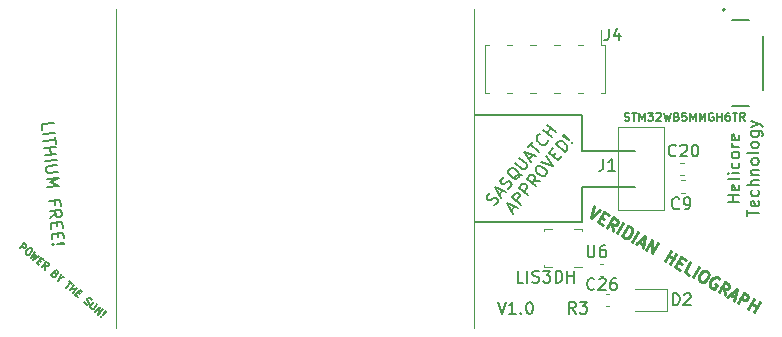
<source format=gbr>
%TF.GenerationSoftware,KiCad,Pcbnew,(5.1.12)-1*%
%TF.CreationDate,2021-11-29T20:05:01-07:00*%
%TF.ProjectId,SolarGPS,536f6c61-7247-4505-932e-6b696361645f,rev?*%
%TF.SameCoordinates,Original*%
%TF.FileFunction,Legend,Top*%
%TF.FilePolarity,Positive*%
%FSLAX46Y46*%
G04 Gerber Fmt 4.6, Leading zero omitted, Abs format (unit mm)*
G04 Created by KiCad (PCBNEW (5.1.12)-1) date 2021-11-29 20:05:01*
%MOMM*%
%LPD*%
G01*
G04 APERTURE LIST*
%ADD10C,0.150000*%
%ADD11C,0.120000*%
%ADD12C,0.250000*%
%ADD13C,0.200000*%
%ADD14C,0.127000*%
G04 APERTURE END LIST*
D10*
X97450000Y-58950000D02*
X88400000Y-58950000D01*
X97450000Y-58950000D02*
X97450000Y-61950000D01*
X97450000Y-68000000D02*
X88400000Y-68000000D01*
X97450000Y-65000000D02*
X97450000Y-68000000D01*
X101950000Y-62000000D02*
X97450000Y-62000000D01*
X101950000Y-65000000D02*
X97450000Y-65000000D01*
X110752380Y-66308333D02*
X109752380Y-66308333D01*
X110228571Y-66308333D02*
X110228571Y-65736904D01*
X110752380Y-65736904D02*
X109752380Y-65736904D01*
X110704761Y-64879761D02*
X110752380Y-64975000D01*
X110752380Y-65165476D01*
X110704761Y-65260714D01*
X110609523Y-65308333D01*
X110228571Y-65308333D01*
X110133333Y-65260714D01*
X110085714Y-65165476D01*
X110085714Y-64975000D01*
X110133333Y-64879761D01*
X110228571Y-64832142D01*
X110323809Y-64832142D01*
X110419047Y-65308333D01*
X110752380Y-64260714D02*
X110704761Y-64355952D01*
X110609523Y-64403571D01*
X109752380Y-64403571D01*
X110752380Y-63879761D02*
X110085714Y-63879761D01*
X109752380Y-63879761D02*
X109800000Y-63927380D01*
X109847619Y-63879761D01*
X109800000Y-63832142D01*
X109752380Y-63879761D01*
X109847619Y-63879761D01*
X110704761Y-62975000D02*
X110752380Y-63070238D01*
X110752380Y-63260714D01*
X110704761Y-63355952D01*
X110657142Y-63403571D01*
X110561904Y-63451190D01*
X110276190Y-63451190D01*
X110180952Y-63403571D01*
X110133333Y-63355952D01*
X110085714Y-63260714D01*
X110085714Y-63070238D01*
X110133333Y-62975000D01*
X110752380Y-62403571D02*
X110704761Y-62498809D01*
X110657142Y-62546428D01*
X110561904Y-62594047D01*
X110276190Y-62594047D01*
X110180952Y-62546428D01*
X110133333Y-62498809D01*
X110085714Y-62403571D01*
X110085714Y-62260714D01*
X110133333Y-62165476D01*
X110180952Y-62117857D01*
X110276190Y-62070238D01*
X110561904Y-62070238D01*
X110657142Y-62117857D01*
X110704761Y-62165476D01*
X110752380Y-62260714D01*
X110752380Y-62403571D01*
X110752380Y-61641666D02*
X110085714Y-61641666D01*
X110276190Y-61641666D02*
X110180952Y-61594047D01*
X110133333Y-61546428D01*
X110085714Y-61451190D01*
X110085714Y-61355952D01*
X110704761Y-60641666D02*
X110752380Y-60736904D01*
X110752380Y-60927380D01*
X110704761Y-61022619D01*
X110609523Y-61070238D01*
X110228571Y-61070238D01*
X110133333Y-61022619D01*
X110085714Y-60927380D01*
X110085714Y-60736904D01*
X110133333Y-60641666D01*
X110228571Y-60594047D01*
X110323809Y-60594047D01*
X110419047Y-61070238D01*
X111402380Y-67522619D02*
X111402380Y-66951190D01*
X112402380Y-67236904D02*
X111402380Y-67236904D01*
X112354761Y-66236904D02*
X112402380Y-66332142D01*
X112402380Y-66522619D01*
X112354761Y-66617857D01*
X112259523Y-66665476D01*
X111878571Y-66665476D01*
X111783333Y-66617857D01*
X111735714Y-66522619D01*
X111735714Y-66332142D01*
X111783333Y-66236904D01*
X111878571Y-66189285D01*
X111973809Y-66189285D01*
X112069047Y-66665476D01*
X112354761Y-65332142D02*
X112402380Y-65427380D01*
X112402380Y-65617857D01*
X112354761Y-65713095D01*
X112307142Y-65760714D01*
X112211904Y-65808333D01*
X111926190Y-65808333D01*
X111830952Y-65760714D01*
X111783333Y-65713095D01*
X111735714Y-65617857D01*
X111735714Y-65427380D01*
X111783333Y-65332142D01*
X112402380Y-64903571D02*
X111402380Y-64903571D01*
X112402380Y-64474999D02*
X111878571Y-64474999D01*
X111783333Y-64522619D01*
X111735714Y-64617857D01*
X111735714Y-64760714D01*
X111783333Y-64855952D01*
X111830952Y-64903571D01*
X111735714Y-63998809D02*
X112402380Y-63998809D01*
X111830952Y-63998809D02*
X111783333Y-63951190D01*
X111735714Y-63855952D01*
X111735714Y-63713095D01*
X111783333Y-63617857D01*
X111878571Y-63570238D01*
X112402380Y-63570238D01*
X112402380Y-62951190D02*
X112354761Y-63046428D01*
X112307142Y-63094047D01*
X112211904Y-63141666D01*
X111926190Y-63141666D01*
X111830952Y-63094047D01*
X111783333Y-63046428D01*
X111735714Y-62951190D01*
X111735714Y-62808333D01*
X111783333Y-62713095D01*
X111830952Y-62665476D01*
X111926190Y-62617857D01*
X112211904Y-62617857D01*
X112307142Y-62665476D01*
X112354761Y-62713095D01*
X112402380Y-62808333D01*
X112402380Y-62951190D01*
X112402380Y-62046428D02*
X112354761Y-62141666D01*
X112259523Y-62189285D01*
X111402380Y-62189285D01*
X112402380Y-61522619D02*
X112354761Y-61617857D01*
X112307142Y-61665476D01*
X112211904Y-61713095D01*
X111926190Y-61713095D01*
X111830952Y-61665476D01*
X111783333Y-61617857D01*
X111735714Y-61522619D01*
X111735714Y-61379761D01*
X111783333Y-61284523D01*
X111830952Y-61236904D01*
X111926190Y-61189285D01*
X112211904Y-61189285D01*
X112307142Y-61236904D01*
X112354761Y-61284523D01*
X112402380Y-61379761D01*
X112402380Y-61522619D01*
X111735714Y-60332142D02*
X112545238Y-60332142D01*
X112640476Y-60379761D01*
X112688095Y-60427380D01*
X112735714Y-60522619D01*
X112735714Y-60665476D01*
X112688095Y-60760714D01*
X112354761Y-60332142D02*
X112402380Y-60427380D01*
X112402380Y-60617857D01*
X112354761Y-60713095D01*
X112307142Y-60760714D01*
X112211904Y-60808333D01*
X111926190Y-60808333D01*
X111830952Y-60760714D01*
X111783333Y-60713095D01*
X111735714Y-60617857D01*
X111735714Y-60427380D01*
X111783333Y-60332142D01*
X111735714Y-59951190D02*
X112402380Y-59713095D01*
X111735714Y-59474999D02*
X112402380Y-59713095D01*
X112640476Y-59808333D01*
X112688095Y-59855952D01*
X112735714Y-59951190D01*
D11*
X58000000Y-50000000D02*
X58000000Y-77000000D01*
D10*
X90301190Y-74777380D02*
X90634523Y-75777380D01*
X90967857Y-74777380D01*
X91825000Y-75777380D02*
X91253571Y-75777380D01*
X91539285Y-75777380D02*
X91539285Y-74777380D01*
X91444047Y-74920238D01*
X91348809Y-75015476D01*
X91253571Y-75063095D01*
X92253571Y-75682142D02*
X92301190Y-75729761D01*
X92253571Y-75777380D01*
X92205952Y-75729761D01*
X92253571Y-75682142D01*
X92253571Y-75777380D01*
X92920238Y-74777380D02*
X93015476Y-74777380D01*
X93110714Y-74825000D01*
X93158333Y-74872619D01*
X93205952Y-74967857D01*
X93253571Y-75158333D01*
X93253571Y-75396428D01*
X93205952Y-75586904D01*
X93158333Y-75682142D01*
X93110714Y-75729761D01*
X93015476Y-75777380D01*
X92920238Y-75777380D01*
X92825000Y-75729761D01*
X92777380Y-75682142D01*
X92729761Y-75586904D01*
X92682142Y-75396428D01*
X92682142Y-75158333D01*
X92729761Y-74967857D01*
X92777380Y-74872619D01*
X92825000Y-74825000D01*
X92920238Y-74777380D01*
X89991143Y-66565597D02*
X90119448Y-66486771D01*
X90272493Y-66304380D01*
X90297232Y-66200814D01*
X90291363Y-66133727D01*
X90249015Y-66036031D01*
X90176058Y-65974813D01*
X90072493Y-65950073D01*
X90005406Y-65955943D01*
X89907710Y-65998290D01*
X89748795Y-66113595D01*
X89651099Y-66155942D01*
X89584012Y-66161812D01*
X89480447Y-66137072D01*
X89407490Y-66075854D01*
X89365142Y-65978158D01*
X89359273Y-65911071D01*
X89384012Y-65807505D01*
X89537057Y-65625114D01*
X89665362Y-65546288D01*
X90420930Y-65682986D02*
X90727019Y-65318203D01*
X90578582Y-65939597D02*
X90026800Y-65041461D01*
X91007107Y-65428900D01*
X91154282Y-65179421D02*
X91282587Y-65100595D01*
X91435632Y-64918204D01*
X91460372Y-64814638D01*
X91454502Y-64747551D01*
X91412155Y-64649855D01*
X91339198Y-64588637D01*
X91235632Y-64563898D01*
X91168545Y-64569767D01*
X91070849Y-64612115D01*
X90911935Y-64727419D01*
X90814239Y-64769767D01*
X90747152Y-64775636D01*
X90643586Y-64750896D01*
X90570629Y-64689679D01*
X90528282Y-64591982D01*
X90522412Y-64524895D01*
X90547152Y-64421330D01*
X90700197Y-64238938D01*
X90828502Y-64160112D01*
X92335030Y-63994508D02*
X92237334Y-64036855D01*
X92103159Y-64048594D01*
X91901898Y-64066202D01*
X91804201Y-64108550D01*
X91742983Y-64181506D01*
X91955984Y-64298073D02*
X91858288Y-64340420D01*
X91724113Y-64352159D01*
X91547591Y-64266202D01*
X91292243Y-64051939D01*
X91176939Y-63893025D01*
X91165200Y-63758851D01*
X91189939Y-63655285D01*
X91312375Y-63509372D01*
X91410071Y-63467024D01*
X91544246Y-63455285D01*
X91720768Y-63541243D01*
X91976116Y-63755505D01*
X92091420Y-63914419D01*
X92103159Y-64048594D01*
X92078420Y-64152160D01*
X91955984Y-64298073D01*
X91740900Y-62998676D02*
X92361032Y-63519027D01*
X92464597Y-63543767D01*
X92531684Y-63537898D01*
X92629380Y-63495550D01*
X92751816Y-63349637D01*
X92776556Y-63246071D01*
X92770686Y-63178984D01*
X92728339Y-63081288D01*
X92108208Y-62560936D01*
X92930863Y-62691765D02*
X93236952Y-62326982D01*
X93088514Y-62948375D02*
X92536733Y-62050240D01*
X93517040Y-62437679D01*
X92873431Y-61648978D02*
X93240738Y-61211239D01*
X93823129Y-62072896D02*
X93057084Y-61430108D01*
X94515396Y-61099720D02*
X94521265Y-61166808D01*
X94465917Y-61306852D01*
X94404699Y-61379808D01*
X94276394Y-61458634D01*
X94142219Y-61470373D01*
X94038654Y-61445633D01*
X93862131Y-61359676D01*
X93752696Y-61267849D01*
X93637392Y-61108935D01*
X93595044Y-61011239D01*
X93583306Y-60877064D01*
X93638654Y-60737021D01*
X93699872Y-60664064D01*
X93828177Y-60585238D01*
X93895264Y-60579369D01*
X94863833Y-60832634D02*
X94097788Y-60189846D01*
X94462571Y-60495935D02*
X94829878Y-60058196D01*
X95231140Y-60394894D02*
X94465095Y-59752106D01*
X91440031Y-67035413D02*
X91746121Y-66670630D01*
X91597683Y-67292023D02*
X91045902Y-66393887D01*
X92026209Y-66781327D01*
X92240471Y-66525979D02*
X91474427Y-65883191D01*
X91719298Y-65591364D01*
X91816994Y-65549017D01*
X91884081Y-65543147D01*
X91987647Y-65567887D01*
X92097082Y-65659714D01*
X92139430Y-65757410D01*
X92145299Y-65824497D01*
X92120559Y-65928063D01*
X91875688Y-66219889D01*
X92883259Y-65759934D02*
X92117214Y-65117146D01*
X92362086Y-64825320D01*
X92459782Y-64782972D01*
X92526869Y-64777103D01*
X92630435Y-64801843D01*
X92739870Y-64893669D01*
X92782217Y-64991366D01*
X92788087Y-65058453D01*
X92763347Y-65162018D01*
X92518476Y-65453845D01*
X93893353Y-64556150D02*
X93314308Y-64505409D01*
X93526046Y-64993890D02*
X92760002Y-64351102D01*
X93004873Y-64059276D01*
X93102569Y-64016928D01*
X93169657Y-64011059D01*
X93273222Y-64035798D01*
X93382657Y-64127625D01*
X93425005Y-64225321D01*
X93430874Y-64292408D01*
X93406135Y-64395974D01*
X93161263Y-64687800D01*
X93525225Y-63439144D02*
X93647661Y-63293231D01*
X93745357Y-63250883D01*
X93879532Y-63239145D01*
X94056054Y-63325102D01*
X94311402Y-63539365D01*
X94426706Y-63698279D01*
X94438445Y-63832453D01*
X94413705Y-63936019D01*
X94291270Y-64081932D01*
X94193573Y-64124280D01*
X94059399Y-64136018D01*
X93882877Y-64050061D01*
X93627529Y-63835798D01*
X93512224Y-63676884D01*
X93500486Y-63542710D01*
X93525225Y-63439144D01*
X93984359Y-62891970D02*
X94964666Y-63279409D01*
X94412884Y-62381273D01*
X94991930Y-62432015D02*
X95206192Y-62176667D01*
X95699281Y-62403930D02*
X95393191Y-62768713D01*
X94627147Y-62125925D01*
X94933236Y-61761142D01*
X95974761Y-62075625D02*
X95208717Y-61432838D01*
X95361761Y-61250446D01*
X95490066Y-61171620D01*
X95624241Y-61159881D01*
X95727806Y-61184621D01*
X95904328Y-61270578D01*
X96013763Y-61362405D01*
X96129068Y-61521319D01*
X96171415Y-61619015D01*
X96183154Y-61753190D01*
X96127806Y-61893234D01*
X95974761Y-62075625D01*
X96544592Y-61248363D02*
X96611679Y-61242493D01*
X96617549Y-61309581D01*
X96550461Y-61315450D01*
X96544592Y-61248363D01*
X96617549Y-61309581D01*
X96325722Y-61064709D02*
X95857374Y-60733880D01*
X95851504Y-60666793D01*
X95918591Y-60660924D01*
X96325722Y-61064709D01*
X95851504Y-60666793D01*
X51746763Y-60212956D02*
X51705261Y-59738578D01*
X52701455Y-59651422D01*
X51775815Y-60545021D02*
X52772010Y-60457866D01*
X52801062Y-60789930D02*
X52850865Y-61359185D01*
X51829769Y-61161713D02*
X52825964Y-61074557D01*
X51883722Y-61778405D02*
X52879917Y-61691249D01*
X52405539Y-61732752D02*
X52455342Y-62302006D01*
X51933526Y-62347659D02*
X52929720Y-62260504D01*
X51975029Y-62822038D02*
X52971223Y-62734882D01*
X53012726Y-63209260D02*
X52206283Y-63279815D01*
X52115557Y-63335553D01*
X52072270Y-63387142D01*
X52033132Y-63486168D01*
X52049733Y-63675919D01*
X52105472Y-63766644D01*
X52157060Y-63809932D01*
X52256086Y-63849069D01*
X53062529Y-63778514D01*
X52107837Y-64340049D02*
X53104032Y-64252893D01*
X52421516Y-64647212D01*
X53162136Y-64917023D01*
X52165941Y-65004178D01*
X52824716Y-66523974D02*
X52795664Y-66191909D01*
X52273848Y-66237562D02*
X53270043Y-66150407D01*
X53311546Y-66624785D01*
X52398356Y-67660698D02*
X52843683Y-67287130D01*
X52348553Y-67091444D02*
X53344748Y-67004288D01*
X53377950Y-67383791D01*
X53338813Y-67482817D01*
X53295525Y-67534405D01*
X53204800Y-67590143D01*
X53062486Y-67602594D01*
X52963460Y-67563457D01*
X52911872Y-67520169D01*
X52856134Y-67429444D01*
X52822932Y-67049941D01*
X52957525Y-68041985D02*
X52986577Y-68374050D01*
X52477212Y-68562017D02*
X52435709Y-68087638D01*
X53431904Y-68000483D01*
X53473406Y-68474861D01*
X53036380Y-68943304D02*
X53065432Y-69275369D01*
X52556067Y-69463336D02*
X52514564Y-68988957D01*
X53510759Y-68901802D01*
X53552261Y-69376180D01*
X52688295Y-69881976D02*
X52645007Y-69933564D01*
X52593419Y-69890276D01*
X52636707Y-69838688D01*
X52688295Y-69881976D01*
X52593419Y-69890276D01*
X52972922Y-69857074D02*
X53538026Y-69759833D01*
X53589614Y-69803121D01*
X53546326Y-69854709D01*
X52972922Y-69857074D01*
X53589614Y-69803121D01*
X49803329Y-70240382D02*
X50189001Y-69780755D01*
X50364097Y-69927678D01*
X50389506Y-69986296D01*
X50393027Y-70026548D01*
X50378184Y-70088687D01*
X50323087Y-70154348D01*
X50264470Y-70179757D01*
X50224217Y-70183278D01*
X50162078Y-70168435D01*
X49986982Y-70021512D01*
X50736176Y-70239889D02*
X50823724Y-70313350D01*
X50849132Y-70371968D01*
X50856176Y-70452473D01*
X50804601Y-70558386D01*
X50676044Y-70711595D01*
X50580695Y-70780778D01*
X50500190Y-70787821D01*
X50438051Y-70772977D01*
X50350503Y-70699516D01*
X50325095Y-70640898D01*
X50318051Y-70560393D01*
X50369626Y-70454480D01*
X50498183Y-70301271D01*
X50593532Y-70232088D01*
X50674036Y-70225045D01*
X50736176Y-70239889D01*
X51086367Y-70533735D02*
X50810130Y-71085188D01*
X51173158Y-70830345D01*
X50985226Y-71232111D01*
X51480333Y-70864311D01*
X51471775Y-71230104D02*
X51624984Y-71358661D01*
X51488626Y-71654514D02*
X51269757Y-71470861D01*
X51655429Y-71011234D01*
X51874299Y-71194888D01*
X51948253Y-72040187D02*
X51978698Y-71692760D01*
X51685609Y-71819803D02*
X52071282Y-71360176D01*
X52246378Y-71507099D01*
X52271786Y-71565717D01*
X52275308Y-71605969D01*
X52260464Y-71668108D01*
X52205368Y-71733769D01*
X52146750Y-71759178D01*
X52106498Y-71762699D01*
X52044359Y-71747856D01*
X51869263Y-71600933D01*
X52850655Y-72387122D02*
X52897951Y-72464105D01*
X52901473Y-72504357D01*
X52886629Y-72566496D01*
X52831533Y-72632157D01*
X52772915Y-72657566D01*
X52732663Y-72661088D01*
X52670523Y-72646244D01*
X52495428Y-72499321D01*
X52881100Y-72039694D01*
X53034309Y-72168252D01*
X53059718Y-72226869D01*
X53063239Y-72267122D01*
X53048396Y-72329261D01*
X53011665Y-72373035D01*
X52953047Y-72398444D01*
X52912795Y-72401965D01*
X52850655Y-72387122D01*
X52697447Y-72258564D01*
X53226256Y-72739585D02*
X53042602Y-72958455D01*
X53275066Y-72370271D02*
X53226256Y-72739585D01*
X53581484Y-72627386D01*
X54019223Y-72994693D02*
X54281867Y-73215077D01*
X53764873Y-73564512D02*
X54150545Y-73104885D01*
X54049403Y-73803261D02*
X54435076Y-73343635D01*
X54251422Y-73562505D02*
X54514066Y-73782889D01*
X54312047Y-74023646D02*
X54697720Y-73564019D01*
X54732936Y-73966543D02*
X54886145Y-74095100D01*
X54749787Y-74390953D02*
X54530917Y-74207299D01*
X54916590Y-73747673D01*
X55135460Y-73931326D01*
X55293440Y-74809835D02*
X55340736Y-74886818D01*
X55450170Y-74978645D01*
X55512310Y-74993488D01*
X55552562Y-74989967D01*
X55611180Y-74964558D01*
X55647911Y-74920784D01*
X55662754Y-74858645D01*
X55659233Y-74818392D01*
X55633824Y-74759775D01*
X55564642Y-74664426D01*
X55539233Y-74605809D01*
X55535711Y-74565556D01*
X55550555Y-74503417D01*
X55587286Y-74459643D01*
X55645903Y-74434234D01*
X55686156Y-74430713D01*
X55748295Y-74445556D01*
X55857730Y-74537383D01*
X55905026Y-74614366D01*
X56120374Y-74757768D02*
X55808163Y-75129846D01*
X55793319Y-75191986D01*
X55796841Y-75232238D01*
X55822249Y-75290856D01*
X55909797Y-75364317D01*
X55971936Y-75379161D01*
X56012189Y-75375639D01*
X56070807Y-75350231D01*
X56383018Y-74978152D01*
X56216215Y-75621432D02*
X56601887Y-75161806D01*
X56478859Y-75841816D01*
X56864531Y-75382190D01*
X56734459Y-75981696D02*
X56737981Y-76021948D01*
X56697729Y-76025470D01*
X56694207Y-75985218D01*
X56734459Y-75981696D01*
X56697729Y-76025470D01*
X56844651Y-75850374D02*
X57043149Y-75569365D01*
X57083401Y-75565843D01*
X57086923Y-75606096D01*
X56844651Y-75850374D01*
X57083401Y-75565843D01*
D12*
X98405649Y-66655509D02*
X98194324Y-67688201D01*
X98982999Y-66988843D01*
X99033579Y-67567902D02*
X99322254Y-67734569D01*
X99184067Y-68259630D02*
X98771674Y-68021535D01*
X99271674Y-67155509D01*
X99684067Y-67393605D01*
X100050092Y-68759630D02*
X99999513Y-68180570D01*
X99555221Y-68473916D02*
X100055221Y-67607890D01*
X100385135Y-67798367D01*
X100443804Y-67887225D01*
X100461234Y-67952274D01*
X100454854Y-68058562D01*
X100383426Y-68182280D01*
X100294567Y-68240949D01*
X100229519Y-68258379D01*
X100123230Y-68251999D01*
X99793316Y-68061523D01*
X100421246Y-68973916D02*
X100921246Y-68107890D01*
X100833639Y-69212011D02*
X101333639Y-68345986D01*
X101539836Y-68465033D01*
X101639744Y-68577701D01*
X101674604Y-68707799D01*
X101668224Y-68814087D01*
X101614225Y-69002854D01*
X101542797Y-69126572D01*
X101406319Y-69267719D01*
X101317461Y-69326388D01*
X101187363Y-69361248D01*
X101039836Y-69331059D01*
X100833639Y-69212011D01*
X101699665Y-69712011D02*
X102199665Y-68845986D01*
X102213676Y-69678861D02*
X102626069Y-69916956D01*
X101988340Y-69878678D02*
X102777015Y-69179319D01*
X102565690Y-70212011D01*
X102854365Y-70378678D02*
X103354365Y-69512652D01*
X103349237Y-70664392D01*
X103849237Y-69798367D01*
X104421459Y-71283440D02*
X104921459Y-70417414D01*
X104683364Y-70829807D02*
X105178235Y-71115521D01*
X104916330Y-71569154D02*
X105416330Y-70703128D01*
X105590628Y-71353617D02*
X105879303Y-71520283D01*
X105741117Y-72045344D02*
X105328723Y-71807249D01*
X105828723Y-70941224D01*
X106241117Y-71179319D01*
X106524663Y-72497725D02*
X106112270Y-72259630D01*
X106612270Y-71393605D01*
X106813338Y-72664392D02*
X107313338Y-71798367D01*
X107890689Y-72131700D02*
X108055646Y-72226938D01*
X108114315Y-72315796D01*
X108149175Y-72445894D01*
X108095176Y-72634661D01*
X107928509Y-72923336D01*
X107792032Y-73064484D01*
X107661934Y-73099343D01*
X107555646Y-73092963D01*
X107390689Y-72997725D01*
X107332020Y-72908867D01*
X107297160Y-72778769D01*
X107351159Y-72590003D01*
X107517826Y-72301327D01*
X107654303Y-72160180D01*
X107784401Y-72125320D01*
X107890689Y-72131700D01*
X109062819Y-72863415D02*
X109004150Y-72774557D01*
X108880432Y-72703128D01*
X108732905Y-72672939D01*
X108602807Y-72707799D01*
X108513949Y-72766468D01*
X108377471Y-72907616D01*
X108306043Y-73031333D01*
X108252044Y-73220100D01*
X108245664Y-73326388D01*
X108280524Y-73456486D01*
X108380432Y-73569154D01*
X108462911Y-73616773D01*
X108610438Y-73646962D01*
X108675487Y-73629532D01*
X108842154Y-73340857D01*
X108677196Y-73245619D01*
X109493893Y-74212011D02*
X109443313Y-73632951D01*
X108999022Y-73926297D02*
X109499022Y-73060271D01*
X109828936Y-73250747D01*
X109887605Y-73339606D01*
X109905035Y-73404655D01*
X109898655Y-73510943D01*
X109827227Y-73634661D01*
X109738368Y-73693330D01*
X109673319Y-73710760D01*
X109567031Y-73704380D01*
X109237117Y-73513904D01*
X109966665Y-74155051D02*
X110379058Y-74393147D01*
X109741329Y-74354868D02*
X110530004Y-73655509D01*
X110318679Y-74688201D01*
X110607354Y-74854868D02*
X111107354Y-73988843D01*
X111437269Y-74179319D01*
X111495938Y-74268177D01*
X111513368Y-74333226D01*
X111506988Y-74439514D01*
X111435559Y-74563232D01*
X111346701Y-74621901D01*
X111281652Y-74639331D01*
X111175364Y-74632951D01*
X110845450Y-74442475D01*
X111473380Y-75354868D02*
X111973380Y-74488843D01*
X111735285Y-74901236D02*
X112230156Y-75186950D01*
X111968252Y-75640582D02*
X112468252Y-74774557D01*
D11*
X88300000Y-50000000D02*
X88300000Y-77000000D01*
%TO.C,U6*%
X96785000Y-71810000D02*
X97460000Y-71810000D01*
X94240000Y-68590000D02*
X94240000Y-68765000D01*
X94915000Y-68590000D02*
X94240000Y-68590000D01*
X97460000Y-68590000D02*
X97460000Y-68765000D01*
X96785000Y-68590000D02*
X97460000Y-68590000D01*
X94240000Y-71810000D02*
X94240000Y-71635000D01*
X94915000Y-71810000D02*
X94240000Y-71810000D01*
%TO.C,C26*%
X99215580Y-71540000D02*
X98934420Y-71540000D01*
X99215580Y-72560000D02*
X98934420Y-72560000D01*
D13*
%TO.C,U4*%
X109537000Y-50050000D02*
G75*
G03*
X109537000Y-50050000I-100000J0D01*
G01*
D14*
X111550000Y-50900000D02*
X110100000Y-50900000D01*
X112750000Y-52250000D02*
X112750000Y-56850000D01*
X111550000Y-58200000D02*
X110100000Y-58200000D01*
D11*
%TO.C,C9*%
X106112779Y-64490000D02*
X105787221Y-64490000D01*
X106112779Y-65510000D02*
X105787221Y-65510000D01*
%TO.C,C20*%
X106062779Y-62990000D02*
X105737221Y-62990000D01*
X106062779Y-64010000D02*
X105737221Y-64010000D01*
%TO.C,D2*%
X101912500Y-75560000D02*
X104597500Y-75560000D01*
X104597500Y-75560000D02*
X104597500Y-73640000D01*
X104597500Y-73640000D02*
X101912500Y-73640000D01*
%TO.C,R3*%
X99424721Y-74090000D02*
X99750279Y-74090000D01*
X99424721Y-75110000D02*
X99750279Y-75110000D01*
%TO.C,J1*%
X104350000Y-67000000D02*
X100450000Y-67000000D01*
X100450000Y-67000000D02*
X100450000Y-60000000D01*
X104350000Y-60000000D02*
X104350000Y-67000000D01*
X104350000Y-60000000D02*
X100450000Y-60000000D01*
%TO.C,J4*%
X99360000Y-52990000D02*
X99360000Y-57110000D01*
X89240000Y-52990000D02*
X89240000Y-57110000D01*
X99060000Y-51735000D02*
X99060000Y-52990000D01*
X99360000Y-52990000D02*
X99060000Y-52990000D01*
X99360000Y-57110000D02*
X99060000Y-57110000D01*
X89540000Y-52990000D02*
X89240000Y-52990000D01*
X89540000Y-57110000D02*
X89240000Y-57110000D01*
X97540000Y-52990000D02*
X97060000Y-52990000D01*
X97540000Y-57110000D02*
X97060000Y-57110000D01*
X95540000Y-52990000D02*
X95060000Y-52990000D01*
X95540000Y-57110000D02*
X95060000Y-57110000D01*
X93540000Y-52990000D02*
X93060000Y-52990000D01*
X93540000Y-57110000D02*
X93060000Y-57110000D01*
X91540000Y-52990000D02*
X91060000Y-52990000D01*
X91540000Y-57110000D02*
X91060000Y-57110000D01*
%TO.C,U6*%
D10*
X97913095Y-69977380D02*
X97913095Y-70786904D01*
X97960714Y-70882142D01*
X98008333Y-70929761D01*
X98103571Y-70977380D01*
X98294047Y-70977380D01*
X98389285Y-70929761D01*
X98436904Y-70882142D01*
X98484523Y-70786904D01*
X98484523Y-69977380D01*
X99389285Y-69977380D02*
X99198809Y-69977380D01*
X99103571Y-70025000D01*
X99055952Y-70072619D01*
X98960714Y-70215476D01*
X98913095Y-70405952D01*
X98913095Y-70786904D01*
X98960714Y-70882142D01*
X99008333Y-70929761D01*
X99103571Y-70977380D01*
X99294047Y-70977380D01*
X99389285Y-70929761D01*
X99436904Y-70882142D01*
X99484523Y-70786904D01*
X99484523Y-70548809D01*
X99436904Y-70453571D01*
X99389285Y-70405952D01*
X99294047Y-70358333D01*
X99103571Y-70358333D01*
X99008333Y-70405952D01*
X98960714Y-70453571D01*
X98913095Y-70548809D01*
X92470238Y-73127380D02*
X91994047Y-73127380D01*
X91994047Y-72127380D01*
X92803571Y-73127380D02*
X92803571Y-72127380D01*
X93232142Y-73079761D02*
X93375000Y-73127380D01*
X93613095Y-73127380D01*
X93708333Y-73079761D01*
X93755952Y-73032142D01*
X93803571Y-72936904D01*
X93803571Y-72841666D01*
X93755952Y-72746428D01*
X93708333Y-72698809D01*
X93613095Y-72651190D01*
X93422619Y-72603571D01*
X93327380Y-72555952D01*
X93279761Y-72508333D01*
X93232142Y-72413095D01*
X93232142Y-72317857D01*
X93279761Y-72222619D01*
X93327380Y-72175000D01*
X93422619Y-72127380D01*
X93660714Y-72127380D01*
X93803571Y-72175000D01*
X94136904Y-72127380D02*
X94755952Y-72127380D01*
X94422619Y-72508333D01*
X94565476Y-72508333D01*
X94660714Y-72555952D01*
X94708333Y-72603571D01*
X94755952Y-72698809D01*
X94755952Y-72936904D01*
X94708333Y-73032142D01*
X94660714Y-73079761D01*
X94565476Y-73127380D01*
X94279761Y-73127380D01*
X94184523Y-73079761D01*
X94136904Y-73032142D01*
X95184523Y-73127380D02*
X95184523Y-72127380D01*
X95422619Y-72127380D01*
X95565476Y-72175000D01*
X95660714Y-72270238D01*
X95708333Y-72365476D01*
X95755952Y-72555952D01*
X95755952Y-72698809D01*
X95708333Y-72889285D01*
X95660714Y-72984523D01*
X95565476Y-73079761D01*
X95422619Y-73127380D01*
X95184523Y-73127380D01*
X96184523Y-73127380D02*
X96184523Y-72127380D01*
X96184523Y-72603571D02*
X96755952Y-72603571D01*
X96755952Y-73127380D02*
X96755952Y-72127380D01*
%TO.C,C26*%
X98482142Y-73657142D02*
X98434523Y-73704761D01*
X98291666Y-73752380D01*
X98196428Y-73752380D01*
X98053571Y-73704761D01*
X97958333Y-73609523D01*
X97910714Y-73514285D01*
X97863095Y-73323809D01*
X97863095Y-73180952D01*
X97910714Y-72990476D01*
X97958333Y-72895238D01*
X98053571Y-72800000D01*
X98196428Y-72752380D01*
X98291666Y-72752380D01*
X98434523Y-72800000D01*
X98482142Y-72847619D01*
X98863095Y-72847619D02*
X98910714Y-72800000D01*
X99005952Y-72752380D01*
X99244047Y-72752380D01*
X99339285Y-72800000D01*
X99386904Y-72847619D01*
X99434523Y-72942857D01*
X99434523Y-73038095D01*
X99386904Y-73180952D01*
X98815476Y-73752380D01*
X99434523Y-73752380D01*
X100291666Y-72752380D02*
X100101190Y-72752380D01*
X100005952Y-72800000D01*
X99958333Y-72847619D01*
X99863095Y-72990476D01*
X99815476Y-73180952D01*
X99815476Y-73561904D01*
X99863095Y-73657142D01*
X99910714Y-73704761D01*
X100005952Y-73752380D01*
X100196428Y-73752380D01*
X100291666Y-73704761D01*
X100339285Y-73657142D01*
X100386904Y-73561904D01*
X100386904Y-73323809D01*
X100339285Y-73228571D01*
X100291666Y-73180952D01*
X100196428Y-73133333D01*
X100005952Y-73133333D01*
X99910714Y-73180952D01*
X99863095Y-73228571D01*
X99815476Y-73323809D01*
%TO.C,U4*%
X101041666Y-59408333D02*
X101141666Y-59441666D01*
X101308333Y-59441666D01*
X101375000Y-59408333D01*
X101408333Y-59375000D01*
X101441666Y-59308333D01*
X101441666Y-59241666D01*
X101408333Y-59175000D01*
X101375000Y-59141666D01*
X101308333Y-59108333D01*
X101175000Y-59075000D01*
X101108333Y-59041666D01*
X101075000Y-59008333D01*
X101041666Y-58941666D01*
X101041666Y-58875000D01*
X101075000Y-58808333D01*
X101108333Y-58775000D01*
X101175000Y-58741666D01*
X101341666Y-58741666D01*
X101441666Y-58775000D01*
X101641666Y-58741666D02*
X102041666Y-58741666D01*
X101841666Y-59441666D02*
X101841666Y-58741666D01*
X102275000Y-59441666D02*
X102275000Y-58741666D01*
X102508333Y-59241666D01*
X102741666Y-58741666D01*
X102741666Y-59441666D01*
X103008333Y-58741666D02*
X103441666Y-58741666D01*
X103208333Y-59008333D01*
X103308333Y-59008333D01*
X103375000Y-59041666D01*
X103408333Y-59075000D01*
X103441666Y-59141666D01*
X103441666Y-59308333D01*
X103408333Y-59375000D01*
X103375000Y-59408333D01*
X103308333Y-59441666D01*
X103108333Y-59441666D01*
X103041666Y-59408333D01*
X103008333Y-59375000D01*
X103708333Y-58808333D02*
X103741666Y-58775000D01*
X103808333Y-58741666D01*
X103975000Y-58741666D01*
X104041666Y-58775000D01*
X104075000Y-58808333D01*
X104108333Y-58875000D01*
X104108333Y-58941666D01*
X104075000Y-59041666D01*
X103675000Y-59441666D01*
X104108333Y-59441666D01*
X104341666Y-58741666D02*
X104508333Y-59441666D01*
X104641666Y-58941666D01*
X104775000Y-59441666D01*
X104941666Y-58741666D01*
X105441666Y-59075000D02*
X105541666Y-59108333D01*
X105575000Y-59141666D01*
X105608333Y-59208333D01*
X105608333Y-59308333D01*
X105575000Y-59375000D01*
X105541666Y-59408333D01*
X105475000Y-59441666D01*
X105208333Y-59441666D01*
X105208333Y-58741666D01*
X105441666Y-58741666D01*
X105508333Y-58775000D01*
X105541666Y-58808333D01*
X105575000Y-58875000D01*
X105575000Y-58941666D01*
X105541666Y-59008333D01*
X105508333Y-59041666D01*
X105441666Y-59075000D01*
X105208333Y-59075000D01*
X106241666Y-58741666D02*
X105908333Y-58741666D01*
X105875000Y-59075000D01*
X105908333Y-59041666D01*
X105975000Y-59008333D01*
X106141666Y-59008333D01*
X106208333Y-59041666D01*
X106241666Y-59075000D01*
X106275000Y-59141666D01*
X106275000Y-59308333D01*
X106241666Y-59375000D01*
X106208333Y-59408333D01*
X106141666Y-59441666D01*
X105975000Y-59441666D01*
X105908333Y-59408333D01*
X105875000Y-59375000D01*
X106575000Y-59441666D02*
X106575000Y-58741666D01*
X106808333Y-59241666D01*
X107041666Y-58741666D01*
X107041666Y-59441666D01*
X107375000Y-59441666D02*
X107375000Y-58741666D01*
X107608333Y-59241666D01*
X107841666Y-58741666D01*
X107841666Y-59441666D01*
X108541666Y-58775000D02*
X108475000Y-58741666D01*
X108375000Y-58741666D01*
X108275000Y-58775000D01*
X108208333Y-58841666D01*
X108175000Y-58908333D01*
X108141666Y-59041666D01*
X108141666Y-59141666D01*
X108175000Y-59275000D01*
X108208333Y-59341666D01*
X108275000Y-59408333D01*
X108375000Y-59441666D01*
X108441666Y-59441666D01*
X108541666Y-59408333D01*
X108575000Y-59375000D01*
X108575000Y-59141666D01*
X108441666Y-59141666D01*
X108875000Y-59441666D02*
X108875000Y-58741666D01*
X108875000Y-59075000D02*
X109275000Y-59075000D01*
X109275000Y-59441666D02*
X109275000Y-58741666D01*
X109908333Y-58741666D02*
X109775000Y-58741666D01*
X109708333Y-58775000D01*
X109675000Y-58808333D01*
X109608333Y-58908333D01*
X109575000Y-59041666D01*
X109575000Y-59308333D01*
X109608333Y-59375000D01*
X109641666Y-59408333D01*
X109708333Y-59441666D01*
X109841666Y-59441666D01*
X109908333Y-59408333D01*
X109941666Y-59375000D01*
X109975000Y-59308333D01*
X109975000Y-59141666D01*
X109941666Y-59075000D01*
X109908333Y-59041666D01*
X109841666Y-59008333D01*
X109708333Y-59008333D01*
X109641666Y-59041666D01*
X109608333Y-59075000D01*
X109575000Y-59141666D01*
X110175000Y-58741666D02*
X110575000Y-58741666D01*
X110375000Y-59441666D02*
X110375000Y-58741666D01*
X111208333Y-59441666D02*
X110975000Y-59108333D01*
X110808333Y-59441666D02*
X110808333Y-58741666D01*
X111075000Y-58741666D01*
X111141666Y-58775000D01*
X111175000Y-58808333D01*
X111208333Y-58875000D01*
X111208333Y-58975000D01*
X111175000Y-59041666D01*
X111141666Y-59075000D01*
X111075000Y-59108333D01*
X110808333Y-59108333D01*
%TO.C,C9*%
X105658333Y-66832142D02*
X105610714Y-66879761D01*
X105467857Y-66927380D01*
X105372619Y-66927380D01*
X105229761Y-66879761D01*
X105134523Y-66784523D01*
X105086904Y-66689285D01*
X105039285Y-66498809D01*
X105039285Y-66355952D01*
X105086904Y-66165476D01*
X105134523Y-66070238D01*
X105229761Y-65975000D01*
X105372619Y-65927380D01*
X105467857Y-65927380D01*
X105610714Y-65975000D01*
X105658333Y-66022619D01*
X106134523Y-66927380D02*
X106325000Y-66927380D01*
X106420238Y-66879761D01*
X106467857Y-66832142D01*
X106563095Y-66689285D01*
X106610714Y-66498809D01*
X106610714Y-66117857D01*
X106563095Y-66022619D01*
X106515476Y-65975000D01*
X106420238Y-65927380D01*
X106229761Y-65927380D01*
X106134523Y-65975000D01*
X106086904Y-66022619D01*
X106039285Y-66117857D01*
X106039285Y-66355952D01*
X106086904Y-66451190D01*
X106134523Y-66498809D01*
X106229761Y-66546428D01*
X106420238Y-66546428D01*
X106515476Y-66498809D01*
X106563095Y-66451190D01*
X106610714Y-66355952D01*
%TO.C,C20*%
X105382142Y-62357142D02*
X105334523Y-62404761D01*
X105191666Y-62452380D01*
X105096428Y-62452380D01*
X104953571Y-62404761D01*
X104858333Y-62309523D01*
X104810714Y-62214285D01*
X104763095Y-62023809D01*
X104763095Y-61880952D01*
X104810714Y-61690476D01*
X104858333Y-61595238D01*
X104953571Y-61500000D01*
X105096428Y-61452380D01*
X105191666Y-61452380D01*
X105334523Y-61500000D01*
X105382142Y-61547619D01*
X105763095Y-61547619D02*
X105810714Y-61500000D01*
X105905952Y-61452380D01*
X106144047Y-61452380D01*
X106239285Y-61500000D01*
X106286904Y-61547619D01*
X106334523Y-61642857D01*
X106334523Y-61738095D01*
X106286904Y-61880952D01*
X105715476Y-62452380D01*
X106334523Y-62452380D01*
X106953571Y-61452380D02*
X107048809Y-61452380D01*
X107144047Y-61500000D01*
X107191666Y-61547619D01*
X107239285Y-61642857D01*
X107286904Y-61833333D01*
X107286904Y-62071428D01*
X107239285Y-62261904D01*
X107191666Y-62357142D01*
X107144047Y-62404761D01*
X107048809Y-62452380D01*
X106953571Y-62452380D01*
X106858333Y-62404761D01*
X106810714Y-62357142D01*
X106763095Y-62261904D01*
X106715476Y-62071428D01*
X106715476Y-61833333D01*
X106763095Y-61642857D01*
X106810714Y-61547619D01*
X106858333Y-61500000D01*
X106953571Y-61452380D01*
%TO.C,D2*%
X105111904Y-75052380D02*
X105111904Y-74052380D01*
X105350000Y-74052380D01*
X105492857Y-74100000D01*
X105588095Y-74195238D01*
X105635714Y-74290476D01*
X105683333Y-74480952D01*
X105683333Y-74623809D01*
X105635714Y-74814285D01*
X105588095Y-74909523D01*
X105492857Y-75004761D01*
X105350000Y-75052380D01*
X105111904Y-75052380D01*
X106064285Y-74147619D02*
X106111904Y-74100000D01*
X106207142Y-74052380D01*
X106445238Y-74052380D01*
X106540476Y-74100000D01*
X106588095Y-74147619D01*
X106635714Y-74242857D01*
X106635714Y-74338095D01*
X106588095Y-74480952D01*
X106016666Y-75052380D01*
X106635714Y-75052380D01*
%TO.C,R3*%
X96883333Y-75752380D02*
X96550000Y-75276190D01*
X96311904Y-75752380D02*
X96311904Y-74752380D01*
X96692857Y-74752380D01*
X96788095Y-74800000D01*
X96835714Y-74847619D01*
X96883333Y-74942857D01*
X96883333Y-75085714D01*
X96835714Y-75180952D01*
X96788095Y-75228571D01*
X96692857Y-75276190D01*
X96311904Y-75276190D01*
X97216666Y-74752380D02*
X97835714Y-74752380D01*
X97502380Y-75133333D01*
X97645238Y-75133333D01*
X97740476Y-75180952D01*
X97788095Y-75228571D01*
X97835714Y-75323809D01*
X97835714Y-75561904D01*
X97788095Y-75657142D01*
X97740476Y-75704761D01*
X97645238Y-75752380D01*
X97359523Y-75752380D01*
X97264285Y-75704761D01*
X97216666Y-75657142D01*
%TO.C,J1*%
X99216666Y-62652380D02*
X99216666Y-63366666D01*
X99169047Y-63509523D01*
X99073809Y-63604761D01*
X98930952Y-63652380D01*
X98835714Y-63652380D01*
X100216666Y-63652380D02*
X99645238Y-63652380D01*
X99930952Y-63652380D02*
X99930952Y-62652380D01*
X99835714Y-62795238D01*
X99740476Y-62890476D01*
X99645238Y-62938095D01*
%TO.C,J4*%
X99691666Y-51627380D02*
X99691666Y-52341666D01*
X99644047Y-52484523D01*
X99548809Y-52579761D01*
X99405952Y-52627380D01*
X99310714Y-52627380D01*
X100596428Y-51960714D02*
X100596428Y-52627380D01*
X100358333Y-51579761D02*
X100120238Y-52294047D01*
X100739285Y-52294047D01*
%TD*%
M02*

</source>
